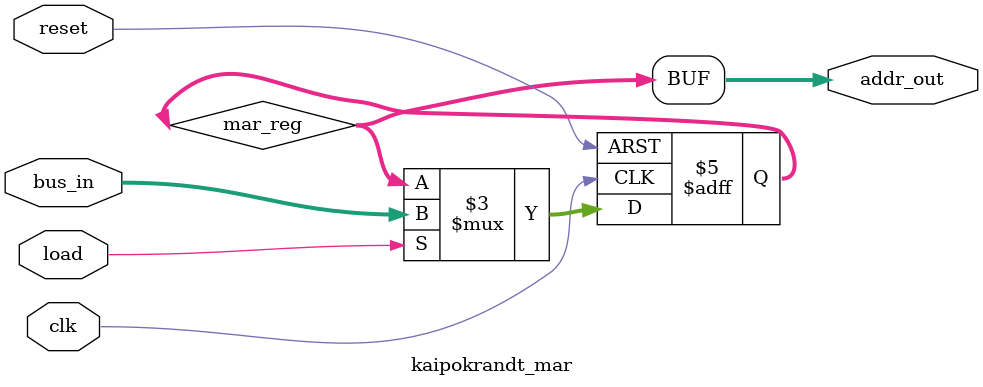
<source format=v>
`timescale 1ns/1ps
module kaipokrandt_mar(
    //globals 
    input clk,
    input reset,
    input load,
    input[15:0] bus_in,
    output[15:0] addr_out
);

    reg[15:0] mar_reg;    // register with the address

    // when load = 1, dupe busin into the mar
    always @(posedge clk or negedge reset) begin
        if(!reset)
            mar_reg<= 16'h0000;
        else if(load)
            mar_reg<= bus_in;
    end

    // NO TRISTATE !!!! *** just set addr out to the mar register
    assign addr_out = mar_reg;
endmodule

</source>
